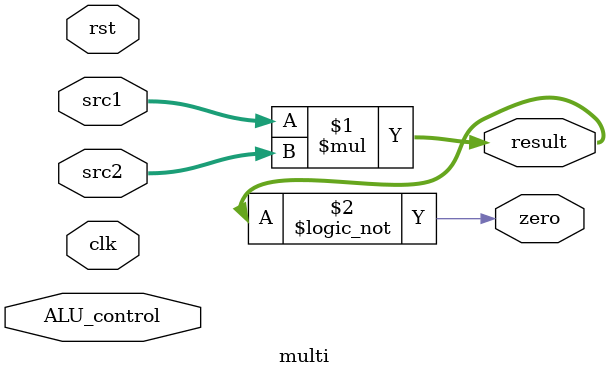
<source format=v>
     
module multi(
    clk,
    rst,
    src1,
	src2,
	ALU_control,
	result,
	zero);
     
//I/O ports
input           clk;
input           rst;
input  [32-1:0] src1;
input  [32-1:0] src2;
input  [4-1:0]  ALU_control;


wire   [32-1:0] cin; //declare by myself
wire            less; //declare by myself
wire   [32-1:0] result_begin; //declare by myself
wire            cout_begin; //declare by myself
wire   [32-1:0] for_slt;
//input   [3-1:0] bonus_control; 

output [32-1:0] result;
output          zero;

assign result=src1*src2;
assign zero=result==0;


endmodule      
          
          
</source>
